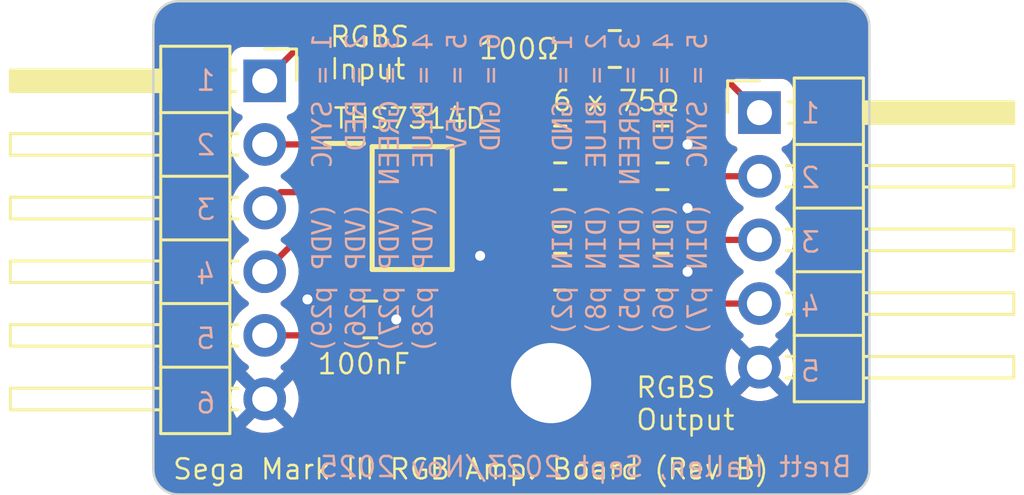
<source format=kicad_pcb>
(kicad_pcb (version 20241229) (generator "pcbnew") (generator_version "9.0")
  (title_block (title "Sega Mark III RGB Amplifier (Internal)") (date "22/NOV/2025") (rev "B") (company "Brett Hallen") (comment 1 "youtube.com/@brfff") (comment 3 "Idea from にがMSX"))
  (layers (0 "F.Cu" signal) (2 "B.Cu" signal) (13 "F.Paste" user) (15 "B.Paste" user) (5 "F.SilkS" user "F.Silkscreen") (7 "B.SilkS" user "B.Silkscreen") (1 "F.Mask" user) (3 "B.Mask" user) (25 "Edge.Cuts" user))
  (net 0 "")
  (net 1 "/RED_{IN}")
  (net 2 "/BLUE_{IN}")
  (net 3 "/GREEN_{IN}")
  (net 4 "/+5V")
  (net 5 "GND")
  (net 6 "Net-(IC1-CH.3_OUT)")
  (net 7 "Net-(IC1-CH.2_OUT)")
  (net 8 "Net-(IC1-CH.1_OUT)")
  (net 9 "/SYNC_{IN}")
  (net 10 "GREEN_{OUT}")
  (net 11 "RED_{OUT}")
  (net 12 "SYNC_{OUT}")
  (net 13 "BLUE_{OUT}")
  (footprint "Resistor_SMD:R_0805_2012Metric_Pad1.20x1.40mm_HandSolder" (layer "F.Cu") (at 121.015 67.31 180)
    (property "Reference" "R1" (hide yes))
    (property "Value" "75Ω" (hide yes))
    (fp_line (start -0.227064 0.735) (end 0.227064 0.735) (stroke (width 0.12)) (layer "F.SilkS"))
    (fp_line (start -0.227064 -0.735) (end 0.227064 -0.735) (stroke (width 0.12)) (layer "F.SilkS"))
    (pad "1" smd roundrect (at -1 0 180) (size 1.2 1.4) (layers "F.Cu" "F.Mask" "F.Paste") (roundrect_rratio 0.2083333333) (net 11 "RED_{OUT}"))
    (pad "2" smd roundrect (at 1 0 180) (size 1.2 1.4) (layers "F.Cu" "F.Mask" "F.Paste") (roundrect_rratio 0.2083333333) (net 8 "Net-(IC1-CH.1_OUT)"))
  )
  (footprint "MountingHole:MountingHole_3.2mm_M3_DIN965_Pad_TopBottom" (layer "F.Cu") (at 120.65 76.835)
    (property "Reference" "H1" (hide yes))
    (property "Value" "MountingHole_Pad" (hide yes))
    (pad "1" thru_hole circle (at 0 0) (size 3.6 3.6) (drill 3.2) (layers "*.Cu" "*.Mask") (net 5 "GND"))
    (pad "1" connect circle (at 0 0) (size 5.6 5.6) (layers "F.Cu" "F.Mask") (net 5 "GND"))
    (pad "1" connect circle (at 0 0) (size 5.6 5.6) (layers "B.Cu" "B.Mask") (net 5 "GND"))
  )
  (footprint "Connector_PinHeader_2.54mm:PinHeader_1x06_P2.54mm_Horizontal" (layer "F.Cu") (at 109.22 77.47 180)
    (property "Reference" "J1" (hide yes))
    (property "Value" "RGBS Input" (hide yes))
    (fp_line (start 10.15 10.59) (end 10.15 9.73) (stroke (width 0.12)) (layer "F.SilkS"))
    (fp_line (start 10.15 9.73) (end 4.15 9.73) (stroke (width 0.12)) (layer "F.SilkS"))
    (fp_line (start 10.15 8.05) (end 10.15 7.19) (stroke (width 0.12)) (layer "F.SilkS"))
    (fp_line (start 10.15 7.19) (end 4.15 7.19) (stroke (width 0.12)) (layer "F.SilkS"))
    (fp_line (start 10.15 5.51) (end 10.15 4.65) (stroke (width 0.12)) (layer "F.SilkS"))
    (fp_line (start 10.15 4.65) (end 4.15 4.65) (stroke (width 0.12)) (layer "F.SilkS"))
    (fp_line (start 10.15 2.97) (end 10.15 2.11) (stroke (width 0.12)) (layer "F.SilkS"))
    (fp_line (start 10.15 2.11) (end 4.15 2.11) (stroke (width 0.12)) (layer "F.SilkS"))
    (fp_line (start 10.15 0.43) (end 10.15 -0.43) (stroke (width 0.12)) (layer "F.SilkS"))
    (fp_line (start 10.15 -0.43) (end 4.15 -0.43) (stroke (width 0.12)) (layer "F.SilkS"))
    (fp_line (start 4.15 14.08) (end 1.39 14.08) (stroke (width 0.12)) (layer "F.SilkS"))
    (fp_line (start 4.15 10.59) (end 10.15 10.59) (stroke (width 0.12)) (layer "F.SilkS"))
    (fp_line (start 4.15 8.05) (end 10.15 8.05) (stroke (width 0.12)) (layer "F.SilkS"))
    (fp_line (start 4.15 5.51) (end 10.15 5.51) (stroke (width 0.12)) (layer "F.SilkS"))
    (fp_line (start 4.15 2.97) (end 10.15 2.97) (stroke (width 0.12)) (layer "F.SilkS"))
    (fp_line (start 4.15 0.43) (end 10.15 0.43) (stroke (width 0.12)) (layer "F.SilkS"))
    (fp_line (start 4.15 -1.38) (end 4.15 14.08) (stroke (width 0.12)) (layer "F.SilkS"))
    (fp_line (start 1.39 14.08) (end 1.39 -1.38) (stroke (width 0.12)) (layer "F.SilkS"))
    (fp_line (start 1.39 11.43) (end 4.15 11.43) (stroke (width 0.12)) (layer "F.SilkS"))
    (fp_line (start 1.39 8.89) (end 4.15 8.89) (stroke (width 0.12)) (layer "F.SilkS"))
    (fp_line (start 1.39 6.35) (end 4.15 6.35) (stroke (width 0.12)) (layer "F.SilkS"))
    (fp_line (start 1.39 3.81) (end 4.15 3.81) (stroke (width 0.12)) (layer "F.SilkS"))
    (fp_line (start 1.39 1.27) (end 4.15 1.27) (stroke (width 0.12)) (layer "F.SilkS"))
    (fp_line (start 1.39 -1.38) (end 4.15 -1.38) (stroke (width 0.12)) (layer "F.SilkS"))
    (fp_line (start 1.16 13.13) (end 1.39 13.13) (stroke (width 0.12)) (layer "F.SilkS"))
    (fp_line (start 1.16 12.27) (end 1.39 12.27) (stroke (width 0.12)) (layer "F.SilkS"))
    (fp_line (start 1.077358 10.59) (end 1.39 10.59) (stroke (width 0.12)) (layer "F.SilkS"))
    (fp_line (start 1.077358 9.73) (end 1.39 9.73) (stroke (width 0.12)) (layer "F.SilkS"))
    (fp_line (start 1.077358 8.05) (end 1.39 8.05) (stroke (width 0.12)) (layer "F.SilkS"))
    (fp_line (start 1.077358 7.19) (end 1.39 7.19) (stroke (width 0.12)) (layer "F.SilkS"))
    (fp_line (start 1.077358 5.51) (end 1.39 5.51) (stroke (width 0.12)) (layer "F.SilkS"))
    (fp_line (start 1.077358 4.65) (end 1.39 4.65) (stroke (width 0.12)) (layer "F.SilkS"))
    (fp_line (start 1.077358 2.97) (end 1.39 2.97) (stroke (width 0.12)) (layer "F.SilkS"))
    (fp_line (start 1.077358 2.11) (end 1.39 2.11) (stroke (width 0.12)) (layer "F.SilkS"))
    (fp_line (start 1.077358 0.43) (end 1.39 0.43) (stroke (width 0.12)) (layer "F.SilkS"))
    (fp_line (start 1.077358 -0.43) (end 1.39 -0.43) (stroke (width 0.12)) (layer "F.SilkS"))
    (fp_line (start -1.27 13.97) (end 0 13.97) (stroke (width 0.12)) (layer "F.SilkS"))
    (fp_line (start -1.27 12.7) (end -1.27 13.97) (stroke (width 0.12)) (layer "F.SilkS"))
    (fp_rect (start 4.15 13.13) (end 10.15 12.27) (stroke (width 0.12)) (fill yes) (layer "F.SilkS"))
    (pad "1" thru_hole rect (at 0 12.7 180) (size 1.7 1.7) (drill 1) (layers "*.Cu" "*.Mask") (net 9 "/SYNC_{IN}"))
    (pad "2" thru_hole circle (at 0 10.16 180) (size 1.7 1.7) (drill 1) (layers "*.Cu" "*.Mask") (net 1 "/RED_{IN}"))
    (pad "3" thru_hole circle (at 0 7.62 180) (size 1.7 1.7) (drill 1) (layers "*.Cu" "*.Mask") (net 3 "/GREEN_{IN}"))
    (pad "4" thru_hole circle (at 0 5.08 180) (size 1.7 1.7) (drill 1) (layers "*.Cu" "*.Mask") (net 2 "/BLUE_{IN}"))
    (pad "5" thru_hole circle (at 0 2.54 180) (size 1.7 1.7) (drill 1) (layers "*.Cu" "*.Mask") (net 4 "/+5V"))
    (pad "6" thru_hole circle (at 0 0 180) (size 1.7 1.7) (drill 1) (layers "*.Cu" "*.Mask") (net 5 "GND"))
  )
  (footprint "Resistor_SMD:R_0805_2012Metric_Pad1.20x1.40mm_HandSolder" (layer "F.Cu") (at 125.095 72.39)
    (property "Reference" "R5" (hide yes))
    (property "Value" "75Ω" (hide yes))
    (fp_line (start -0.227064 -0.735) (end 0.227064 -0.735) (stroke (width 0.12)) (layer "F.SilkS"))
    (fp_line (start -0.227064 0.735) (end 0.227064 0.735) (stroke (width 0.12)) (layer "F.SilkS"))
    (pad "1" smd roundrect (at -1 0) (size 1.2 1.4) (layers "F.Cu" "F.Mask" "F.Paste") (roundrect_rratio 0.2083333333) (net 13 "BLUE_{OUT}"))
    (pad "2" smd roundrect (at 1 0) (size 1.2 1.4) (layers "F.Cu" "F.Mask" "F.Paste") (roundrect_rratio 0.2083333333) (net 5 "GND"))
  )
  (footprint "Resistor_SMD:R_0805_2012Metric_Pad1.20x1.40mm_HandSolder" (layer "F.Cu") (at 123.19 63.5 180)
    (property "Reference" "R4" (hide yes))
    (property "Value" "100Ω" (at 3.81 0 0) (layer "F.SilkS") (effects (font (size 0.8 0.8) (thickness 0.1))))
    (fp_line (start -0.227064 0.735) (end 0.227064 0.735) (stroke (width 0.12)) (layer "F.SilkS"))
    (fp_line (start -0.227064 -0.735) (end 0.227064 -0.735) (stroke (width 0.12)) (layer "F.SilkS"))
    (pad "1" smd roundrect (at -1 0 180) (size 1.2 1.4) (layers "F.Cu" "F.Mask" "F.Paste") (roundrect_rratio 0.2083333333) (net 12 "SYNC_{OUT}"))
    (pad "2" smd roundrect (at 1 0 180) (size 1.2 1.4) (layers "F.Cu" "F.Mask" "F.Paste") (roundrect_rratio 0.2083333333) (net 9 "/SYNC_{IN}"))
  )
  (footprint "Resistor_SMD:R_0805_2012Metric_Pad1.20x1.40mm_HandSolder" (layer "F.Cu") (at 125.095 67.31)
    (property "Reference" "R7" (hide yes))
    (property "Value" "75Ω" (hide yes))
    (fp_line (start -0.227064 -0.735) (end 0.227064 -0.735) (stroke (width 0.12)) (layer "F.SilkS"))
    (fp_line (start -0.227064 0.735) (end 0.227064 0.735) (stroke (width 0.12)) (layer "F.SilkS"))
    (pad "1" smd roundrect (at -1 0) (size 1.2 1.4) (layers "F.Cu" "F.Mask" "F.Paste") (roundrect_rratio 0.2083333333) (net 11 "RED_{OUT}"))
    (pad "2" smd roundrect (at 1 0) (size 1.2 1.4) (layers "F.Cu" "F.Mask" "F.Paste") (roundrect_rratio 0.2083333333) (net 5 "GND"))
  )
  (footprint "Resistor_SMD:R_0805_2012Metric_Pad1.20x1.40mm_HandSolder" (layer "F.Cu") (at 125.095 69.85)
    (property "Reference" "R6" (hide yes))
    (property "Value" "75Ω" (hide yes))
    (fp_line (start -0.227064 -0.735) (end 0.227064 -0.735) (stroke (width 0.12)) (layer "F.SilkS"))
    (fp_line (start -0.227064 0.735) (end 0.227064 0.735) (stroke (width 0.12)) (layer "F.SilkS"))
    (pad "1" smd roundrect (at -1 0) (size 1.2 1.4) (layers "F.Cu" "F.Mask" "F.Paste") (roundrect_rratio 0.2083333333) (net 10 "GREEN_{OUT}"))
    (pad "2" smd roundrect (at 1 0) (size 1.2 1.4) (layers "F.Cu" "F.Mask" "F.Paste") (roundrect_rratio 0.2083333333) (net 5 "GND"))
  )
  (footprint "Connector_PinHeader_2.54mm:PinHeader_1x05_P2.54mm_Horizontal" (layer "F.Cu") (at 128.965 66.04)
    (property "Reference" "J2" (hide yes))
    (property "Value" "RGBS Output" (hide yes))
    (fp_line (start -1.27 -1.27) (end 0 -1.27) (stroke (width 0.12)) (layer "F.SilkS"))
    (fp_line (start -1.27 0) (end -1.27 -1.27) (stroke (width 0.12)) (layer "F.SilkS"))
    (fp_line (start 1.077358 2.11) (end 1.39 2.11) (stroke (width 0.12)) (layer "F.SilkS"))
    (fp_line (start 1.077358 2.97) (end 1.39 2.97) (stroke (width 0.12)) (layer "F.SilkS"))
    (fp_line (start 1.077358 4.65) (end 1.39 4.65) (stroke (width 0.12)) (layer "F.SilkS"))
    (fp_line (start 1.077358 5.51) (end 1.39 5.51) (stroke (width 0.12)) (layer "F.SilkS"))
    (fp_line (start 1.077358 7.19) (end 1.39 7.19) (stroke (width 0.12)) (layer "F.SilkS"))
    (fp_line (start 1.077358 8.05) (end 1.39 8.05) (stroke (width 0.12)) (layer "F.SilkS"))
    (fp_line (start 1.077358 9.73) (end 1.39 9.73) (stroke (width 0.12)) (layer "F.SilkS"))
    (fp_line (start 1.077358 10.59) (end 1.39 10.59) (stroke (width 0.12)) (layer "F.SilkS"))
    (fp_line (start 1.16 -0.43) (end 1.39 -0.43) (stroke (width 0.12)) (layer "F.SilkS"))
    (fp_line (start 1.16 0.43) (end 1.39 0.43) (stroke (width 0.12)) (layer "F.SilkS"))
    (fp_line (start 1.39 -1.38) (end 1.39 11.54) (stroke (width 0.12)) (layer "F.SilkS"))
    (fp_line (start 1.39 1.27) (end 4.15 1.27) (stroke (width 0.12)) (layer "F.SilkS"))
    (fp_line (start 1.39 3.81) (end 4.15 3.81) (stroke (width 0.12)) (layer "F.SilkS"))
    (fp_line (start 1.39 6.35) (end 4.15 6.35) (stroke (width 0.12)) (layer "F.SilkS"))
    (fp_line (start 1.39 8.89) (end 4.15 8.89) (stroke (width 0.12)) (layer "F.SilkS"))
    (fp_line (start 1.39 11.54) (end 4.15 11.54) (stroke (width 0.12)) (layer "F.SilkS"))
    (fp_line (start 4.15 -1.38) (end 1.39 -1.38) (stroke (width 0.12)) (layer "F.SilkS"))
    (fp_line (start 4.15 2.11) (end 10.15 2.11) (stroke (width 0.12)) (layer "F.SilkS"))
    (fp_line (start 4.15 4.65) (end 10.15 4.65) (stroke (width 0.12)) (layer "F.SilkS"))
    (fp_line (start 4.15 7.19) (end 10.15 7.19) (stroke (width 0.12)) (layer "F.SilkS"))
    (fp_line (start 4.15 9.73) (end 10.15 9.73) (stroke (width 0.12)) (layer "F.SilkS"))
    (fp_line (start 4.15 11.54) (end 4.15 -1.38) (stroke (width 0.12)) (layer "F.SilkS"))
    (fp_line (start 10.15 2.11) (end 10.15 2.97) (stroke (width 0.12)) (layer "F.SilkS"))
    (fp_line (start 10.15 2.97) (end 4.15 2.97) (stroke (width 0.12)) (layer "F.SilkS"))
    (fp_line (start 10.15 4.65) (end 10.15 5.51) (stroke (width 0.12)) (layer "F.SilkS"))
    (fp_line (start 10.15 5.51) (end 4.15 5.51) (stroke (width 0.12)) (layer "F.SilkS"))
    (fp_line (start 10.15 7.19) (end 10.15 8.05) (stroke (width 0.12)) (layer "F.SilkS"))
    (fp_line (start 10.15 8.05) (end 4.15 8.05) (stroke (width 0.12)) (layer "F.SilkS"))
    (fp_line (start 10.15 9.73) (end 10.15 10.59) (stroke (width 0.12)) (layer "F.SilkS"))
    (fp_line (start 10.15 10.59) (end 4.15 10.59) (stroke (width 0.12)) (layer "F.SilkS"))
    (fp_rect (start 4.15 -0.43) (end 10.15 0.43) (stroke (width 0.12)) (fill yes) (layer "F.SilkS"))
    (pad "1" thru_hole rect (at 0 0) (size 1.7 1.7) (drill 1) (layers "*.Cu" "*.Mask") (net 12 "SYNC_{OUT}"))
    (pad "2" thru_hole circle (at 0 2.54) (size 1.7 1.7) (drill 1) (layers "*.Cu" "*.Mask") (net 11 "RED_{OUT}"))
    (pad "3" thru_hole circle (at 0 5.08) (size 1.7 1.7) (drill 1) (layers "*.Cu" "*.Mask") (net 10 "GREEN_{OUT}"))
    (pad "4" thru_hole circle (at 0 7.62) (size 1.7 1.7) (drill 1) (layers "*.Cu" "*.Mask") (net 13 "BLUE_{OUT}"))
    (pad "5" thru_hole circle (at 0 10.16) (size 1.7 1.7) (drill 1) (layers "*.Cu" "*.Mask") (net 5 "GND"))
  )
  (footprint "KiCad:SOIC127P600X175-8N" (layer "F.Cu") (at 115.106 69.85)
    (property "Reference" "IC1" (hide yes))
    (property "Value" "THS7314D" (at -0.105865 -3.579304 0) (layer "F.SilkS") (effects (font (size 0.8 0.8) (thickness 0.1))))
    (fp_line (start -3.475 -2.58) (end -1.948 -2.58) (stroke (width 0.2)) (layer "F.SilkS"))
    (fp_line (start -1.598 -2.452) (end 1.598 -2.452) (stroke (width 0.2)) (layer "F.SilkS"))
    (fp_line (start -1.598 2.452) (end -1.598 -2.452) (stroke (width 0.2)) (layer "F.SilkS"))
    (fp_line (start 1.598 -2.452) (end 1.598 2.452) (stroke (width 0.2)) (layer "F.SilkS"))
    (fp_line (start 1.598 2.452) (end -1.598 2.452) (stroke (width 0.2)) (layer "F.SilkS"))
    (pad "1" smd rect (at -2.711 -1.905 90) (size 0.65 1.528) (layers "F.Cu" "F.Mask" "F.Paste") (net 1 "/RED_{IN}"))
    (pad "2" smd rect (at -2.711 -0.635 90) (size 0.65 1.528) (layers "F.Cu" "F.Mask" "F.Paste") (net 3 "/GREEN_{IN}"))
    (pad "3" smd rect (at -2.711 0.635 90) (size 0.65 1.528) (layers "F.Cu" "F.Mask" "F.Paste") (net 2 "/BLUE_{IN}"))
    (pad "4" smd rect (at -2.711 1.905 90) (size 0.65 1.528) (layers "F.Cu" "F.Mask" "F.Paste") (net 4 "/+5V"))
    (pad "5" smd rect (at 2.711 1.905 90) (size 0.65 1.528) (layers "F.Cu" "F.Mask" "F.Paste") (net 5 "GND"))
    (pad "6" smd rect (at 2.711 0.635 90) (size 0.65 1.528) (layers "F.Cu" "F.Mask" "F.Paste") (net 6 "Net-(IC1-CH.3_OUT)"))
    (pad "7" smd rect (at 2.711 -0.635 90) (size 0.65 1.528) (layers "F.Cu" "F.Mask" "F.Paste") (net 7 "Net-(IC1-CH.2_OUT)"))
    (pad "8" smd rect (at 2.711 -1.905 90) (size 0.65 1.528) (layers "F.Cu" "F.Mask" "F.Paste") (net 8 "Net-(IC1-CH.1_OUT)"))
  )
  (footprint "Resistor_SMD:R_0805_2012Metric_Pad1.20x1.40mm_HandSolder" (layer "F.Cu") (at 121.015 69.85 180)
    (property "Reference" "R2" (hide yes))
    (property "Value" "75Ω" (hide yes))
    (fp_line (start -0.227064 0.735) (end 0.227064 0.735) (stroke (width 0.12)) (layer "F.SilkS"))
    (fp_line (start -0.227064 -0.735) (end 0.227064 -0.735) (stroke (width 0.12)) (layer "F.SilkS"))
    (pad "1" smd roundrect (at -1 0 180) (size 1.2 1.4) (layers "F.Cu" "F.Mask" "F.Paste") (roundrect_rratio 0.2083333333) (net 10 "GREEN_{OUT}"))
    (pad "2" smd roundrect (at 1 0 180) (size 1.2 1.4) (layers "F.Cu" "F.Mask" "F.Paste") (roundrect_rratio 0.2083333333) (net 7 "Net-(IC1-CH.2_OUT)"))
  )
  (footprint "Capacitor_SMD:C_0805_2012Metric_Pad1.18x1.45mm_HandSolder" (layer "F.Cu") (at 113.4325 74.295 180)
    (property "Reference" "C1" (hide yes))
    (property "Value" "100nF" (at 0.254 -1.778 0) (layer "F.SilkS") (effects (font (size 0.8 0.8) (thickness 0.1))))
    (fp_line (start -0.261252 0.735) (end 0.261252 0.735) (stroke (width 0.12)) (layer "F.SilkS"))
    (fp_line (start -0.261252 -0.735) (end 0.261252 -0.735) (stroke (width 0.12)) (layer "F.SilkS"))
    (pad "1" smd roundrect (at -1.0375 0 180) (size 1.175 1.45) (layers "F.Cu" "F.Mask" "F.Paste") (roundrect_rratio 0.2127659574) (net 5 "GND"))
    (pad "2" smd roundrect (at 1.0375 0 180) (size 1.175 1.45) (layers "F.Cu" "F.Mask" "F.Paste") (roundrect_rratio 0.2127659574) (net 4 "/+5V"))
  )
  (footprint "Resistor_SMD:R_0805_2012Metric_Pad1.20x1.40mm_HandSolder" (layer "F.Cu") (at 121.015 72.39 180)
    (property "Reference" "R3" (hide yes))
    (property "Value" "75Ω" (hide yes))
    (fp_line (start -0.227064 0.735) (end 0.227064 0.735) (stroke (width 0.12)) (layer "F.SilkS"))
    (fp_line (start -0.227064 -0.735) (end 0.227064 -0.735) (stroke (width 0.12)) (layer "F.SilkS"))
    (pad "1" smd roundrect (at -1 0 180) (size 1.2 1.4) (layers "F.Cu" "F.Mask" "F.Paste") (roundrect_rratio 0.2083333333) (net 13 "BLUE_{OUT}"))
    (pad "2" smd roundrect (at 1 0 180) (size 1.2 1.4) (layers "F.Cu" "F.Mask" "F.Paste") (roundrect_rratio 0.2083333333) (net 6 "Net-(IC1-CH.3_OUT)"))
  )
  (gr_line (start 133.35 62.595) (end 133.35 80.28) (stroke (width 0.1)) (layer "Edge.Cuts"))
  (gr_arc (start 132.35 61.595) (mid 133.057107 61.887893) (end 133.35 62.595) (stroke (width 0.1)) (layer "Edge.Cuts"))
  (gr_line (start 132.35 81.28) (end 105.775 81.28) (stroke (width 0.1)) (layer "Edge.Cuts"))
  (gr_line (start 104.775 80.28) (end 104.775 62.595) (stroke (width 0.1)) (layer "Edge.Cuts"))
  (gr_line (start 105.775 61.595) (end 132.35 61.595) (stroke (width 0.1)) (layer "Edge.Cuts"))
  (gr_arc (start 133.35 80.28) (mid 133.057107 80.987107) (end 132.35 81.28) (stroke (width 0.1)) (layer "Edge.Cuts"))
  (gr_arc (start 105.775 81.28) (mid 105.067893 80.987107) (end 104.775 80.28) (stroke (width 0.1)) (layer "Edge.Cuts"))
  (gr_arc (start 104.775 62.595) (mid 105.067893 61.887893) (end 105.775 61.595) (stroke (width 0.1)) (layer "Edge.Cuts"))
  (gr_text "RGBS\nInput" (at 111.76 64.77 0) (layer "F.SilkS") (effects (font (size 0.8 0.8) (thickness 0.1)) (justify left bottom)))
  (gr_text "Sega Mark III RGB Amp. Board (Rev B)" (at 105.495812 80.739604 0) (layer "F.SilkS") (effects (font (size 0.8 0.8) (thickness 0.1)) (justify left bottom)))
  (gr_text "RGBS\nOutput" (at 123.98251 78.767718 0) (layer "F.SilkS") (effects (font (size 0.8 0.8) (thickness 0.1)) (justify left bottom)))
  (gr_text "6 x 75Ω" (at 120.65 66.04 0) (layer "F.SilkS") (effects (font (size 0.8 0.8) (thickness 0.1)) (justify left bottom)))
  (gr_text "1\n\n2\n\n3\n\n4\n\n5" (at 131.445 76.835 0) (layer "B.SilkS") (effects (font (size 0.8 0.8) (thickness 0.1)) (justify left bottom mirror)))
  (gr_text "1 = SYNC  (VDP p29)\n2 = RED   (VDP p26)\n3 = GREEN (VDP p27)\n4 = BLUE  (VDP p28)\n5 = +5V\n6 = GND" (at 118.745 62.865 90) (layer "B.SilkS") (effects (font (size 0.8 0.8) (thickness 0.1)) (justify left bottom mirror)))
  (gr_text "1\n\n2\n\n3\n\n4\n\n5\n\n6" (at 107.315 78.105 0) (layer "B.SilkS") (effects (font (size 0.8 0.8) (thickness 0.1)) (justify left bottom mirror)))
  (gr_text "Brett Hallen, Sept 2023/Nov 2025" (at 132.715 80.645 0) (layer "B.SilkS") (effects (font (size 0.8 0.8) (thickness 0.1)) (justify left bottom mirror)))
  (gr_text "1 = GND   (DIN p2)\n2 = BLUE  (DIN p8)\n3 = GREEN (DIN p5)\n4 = RED   (DIN p6)\n5 = SYNC  (DIN p7)" (at 127 62.865 90) (layer "B.SilkS") (effects (font (size 0.8 0.8) (thickness 0.1)) (justify left bottom mirror)))
  (segment (start 109.22 67.31) (end 111.76 67.31) (width 0.25) (layer "F.Cu") (net 1))
  (segment (start 111.76 67.31) (end 112.395 67.945) (width 0.25) (layer "F.Cu") (net 1))
  (segment (start 109.22 72.39) (end 111.125 70.485) (width 0.25) (layer "F.Cu") (net 2))
  (segment (start 111.125 70.485) (end 112.395 70.485) (width 0.25) (layer "F.Cu") (net 2))
  (segment (start 109.22 69.85) (end 109.855 69.215) (width 0.25) (layer "F.Cu") (net 3))
  (segment (start 109.855 69.215) (end 112.395 69.215) (width 0.25) (layer "F.Cu") (net 3))
  (segment (start 111.76 74.93) (end 112.395 74.295) (width 0.25) (layer "F.Cu") (net 4))
  (segment (start 112.395 71.755) (end 112.395 74.295) (width 0.25) (layer "F.Cu") (net 4))
  (segment (start 109.22 74.93) (end 111.76 74.93) (width 0.25) (layer "F.Cu") (net 4))
  (via (at 126.095 72.39) (size 0.8) (drill 0.4) (layers "F.Cu" "B.Cu") (net 5))
  (via (at 126.095 67.31) (size 0.8) (drill 0.4) (layers "F.Cu" "B.Cu") (net 5))
  (via (at 114.47 74.295) (size 0.8) (drill 0.4) (layers "F.Cu" "B.Cu") (net 5))
  (via (at 126.095 69.85) (size 0.8) (drill 0.4) (layers "F.Cu" "B.Cu") (net 5))
  (via (at 110.925 73.495) (size 0.8) (drill 0.4) (layers "F.Cu" "B.Cu") (net 5))
  (via (at 117.817 71.755) (size 0.8) (drill 0.4) (layers "F.Cu" "B.Cu") (net 5))
  (segment (start 117.817 70.485) (end 118.11 70.485) (width 0.25) (layer "F.Cu") (net 6))
  (segment (start 118.11 70.485) (end 120.015 72.39) (width 0.25) (layer "F.Cu") (net 6))
  (segment (start 119.38 69.215) (end 120.015 69.85) (width 0.25) (layer "F.Cu") (net 7))
  (segment (start 117.817 69.215) (end 119.38 69.215) (width 0.25) (layer "F.Cu") (net 7))
  (segment (start 119.38 67.945) (end 120.015 67.31) (width 0.25) (layer "F.Cu") (net 8))
  (segment (start 117.817 67.945) (end 119.38 67.945) (width 0.25) (layer "F.Cu") (net 8))
  (segment (start 110.49 63.5) (end 109.22 64.77) (width 0.25) (layer "F.Cu") (net 9))
  (segment (start 122.19 63.5) (end 110.49 63.5) (width 0.25) (layer "F.Cu") (net 9))
  (segment (start 125.365 71.12) (end 128.965 71.12) (width 0.25) (layer "F.Cu") (net 10))
  (segment (start 124.095 69.85) (end 125.365 71.12) (width 0.25) (layer "F.Cu") (net 10))
  (segment (start 122.015 69.85) (end 124.095 69.85) (width 0.25) (layer "F.Cu") (net 10))
  (segment (start 125.365 68.58) (end 128.965 68.58) (width 0.25) (layer "F.Cu") (net 11))
  (segment (start 122.015 67.31) (end 124.095 67.31) (width 0.25) (layer "F.Cu") (net 11))
  (segment (start 124.095 67.31) (end 125.365 68.58) (width 0.25) (layer "F.Cu") (net 11))
  (segment (start 126.425 63.5) (end 128.965 66.04) (width 0.25) (layer "F.Cu") (net 12))
  (segment (start 124.19 63.5) (end 126.425 63.5) (width 0.25) (layer "F.Cu") (net 12))
  (segment (start 122.015 72.39) (end 124.095 72.39) (width 0.25) (layer "F.Cu") (net 13))
  (segment (start 124.095 72.39) (end 125.365 73.66) (width 0.25) (layer "F.Cu") (net 13))
  (segment (start 125.365 73.66) (end 128.965 73.66) (width 0.25) (layer "F.Cu") (net 13))
  (zone (net 5) (net_name "GND") (layers "F.Cu" "B.Cu") (connect_pads (clearance 0.5)) (min_thickness 0.25) (fill yes (thermal_gap 0.5) (thermal_bridge_width 0.5))
    (polygon (pts (xy 104.775 61.595) (xy 133.35 61.595) (xy 133.35 81.28) (xy 104.775 81.28)))
  )
)
</source>
